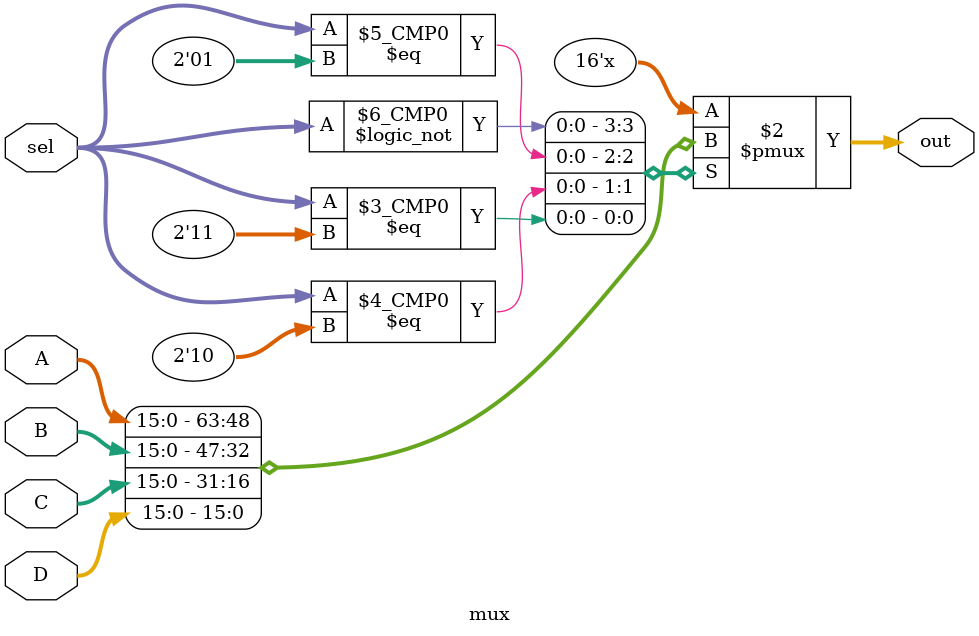
<source format=v>
module mux(
    input [15:0] A,
    input [15:0] B,
    input [15:0] C,
    input [15:0] D,
    input [1:0] sel,
    output [15:0] out
);

    always @ (A or B or C or D or sel) begin
        case(sel)
            2'b00 : out <= A;
            2'b01 : out <= B;
            2'b10 : out <= C;
            2'b11 : out <= D;
        endcase
    end

endmodule
</source>
